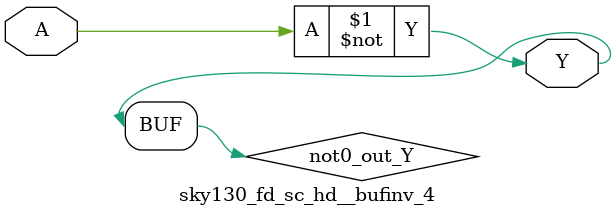
<source format=v>
module sky130_fd_sc_hd__bufinv_4 (
    Y,
    A
);
    output Y;
    input  A;
    wire not0_out_Y;
    not not0 (not0_out_Y, A              );
    buf buf0 (Y         , not0_out_Y     );
endmodule
</source>
